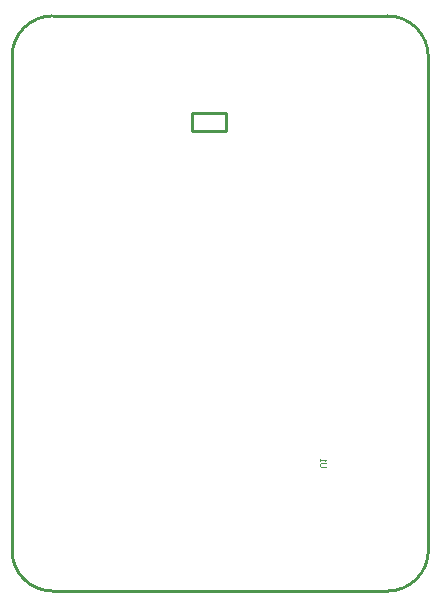
<source format=gm1>
G04*
G04 #@! TF.GenerationSoftware,Altium Limited,Altium Designer,24.9.1 (31)*
G04*
G04 Layer_Color=16711935*
%FSLAX44Y44*%
%MOMM*%
G71*
G04*
G04 #@! TF.SameCoordinates,573C6FB0-CD79-483D-94B5-B6DABAD4C9EF*
G04*
G04*
G04 #@! TF.FilePolarity,Positive*
G04*
G01*
G75*
%ADD16C,0.2540*%
%ADD85C,0.0762*%
D16*
X495842Y121962D02*
G03*
X530309Y156429I0J34467D01*
G01*
X530218Y574390D02*
G03*
X495751Y608857I-34467J0D01*
G01*
X212298Y608904D02*
G03*
X177830Y574436I0J-34467D01*
G01*
X177800Y156387D02*
G03*
X212267Y121920I34467J0D01*
G01*
X330200Y511810D02*
X359410D01*
X330200Y527050D02*
X359410D01*
X330200Y511810D02*
Y527050D01*
X359410Y511810D02*
Y527050D01*
X212267Y121920D02*
X495842D01*
X530300Y156429D02*
X530300Y574390D01*
X177800Y574436D02*
X177800Y156387D01*
X212298Y608890D02*
X495751Y608890D01*
D85*
X443268Y226970D02*
X439036D01*
X438190Y227816D01*
Y229509D01*
X439036Y230356D01*
X443268D01*
X438190Y232048D02*
Y233741D01*
Y232895D01*
X443268D01*
X442422Y232048D01*
M02*

</source>
